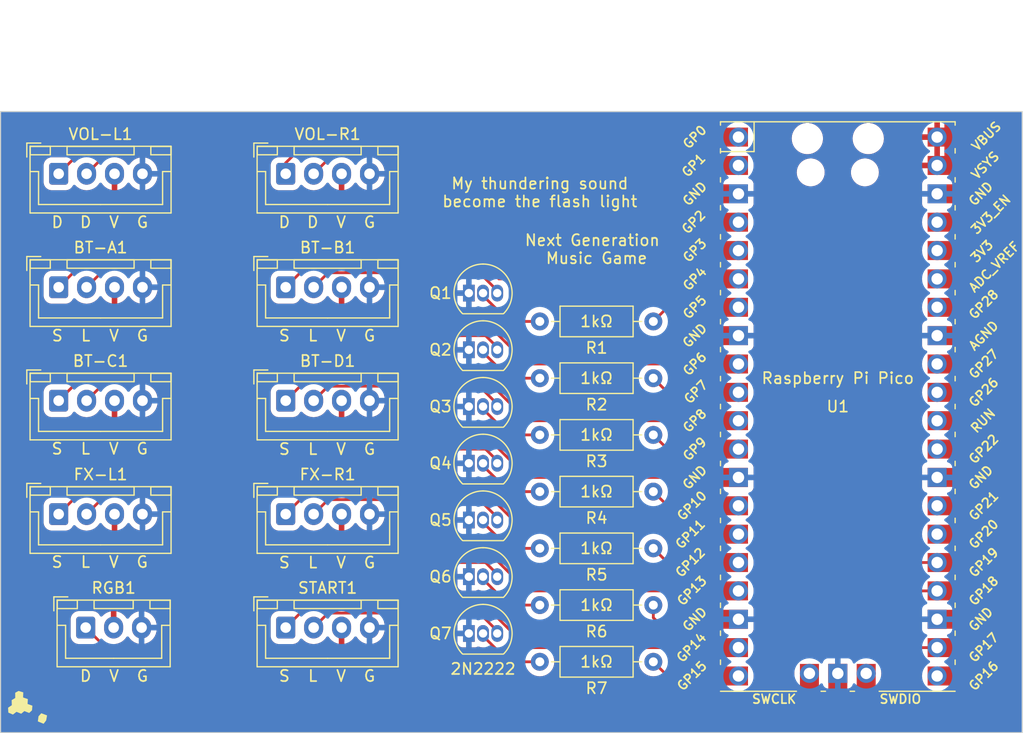
<source format=kicad_pcb>
(kicad_pcb (version 20221018) (generator pcbnew)
  (layers (0 "F.Cu" signal) (31 "B.Cu" signal) (34 "B.Paste" user) (35 "F.Paste" user) (36 "B.SilkS" user "B.Silkscreen") (37 "F.SilkS" user "F.Silkscreen") (38 "B.Mask" user) (39 "F.Mask" user) (44 "Edge.Cuts" user))
  (net 0 "")
  (net 1 "/GPIO4")
  (net 2 "Net-(BT-A1-Pin_2)")
  (net 3 "+5V")
  (net 4 "GND")
  (net 5 "/GPIO5")
  (net 6 "Net-(BT-B1-Pin_2)")
  (net 7 "/GPIO6")
  (net 8 "Net-(BT-C1-Pin_2)")
  (net 9 "/GPIO7")
  (net 10 "Net-(BT-D1-Pin_2)")
  (net 11 "/GPIO8")
  (net 12 "Net-(FX-L1-Pin_2)")
  (net 13 "/GPIO9")
  (net 14 "Net-(FX-R1-Pin_2)")
  (net 15 "Net-(Q1-B)")
  (net 16 "Net-(Q2-B)")
  (net 17 "Net-(Q3-B)")
  (net 18 "Net-(Q4-B)")
  (net 19 "Net-(Q5-B)")
  (net 20 "Net-(Q6-B)")
  (net 21 "Net-(Q7-B)")
  (net 22 "Net-(Q7-C)")
  (net 23 "/GPIO22")
  (net 24 "/GPIO21")
  (net 25 "/GPIO20")
  (net 26 "/GPIO19")
  (net 27 "/GPIO18")
  (net 28 "/GPIO17")
  (net 29 "/GPIO16")
  (net 30 "/GPIO10")
  (net 31 "/GPIO0")
  (net 32 "/GPIO1")
  (net 33 "/GPIO2")
  (net 34 "/GPIO3")
  (net 35 "/GPIO11")
  (net 36 "/GPIO12")
  (net 37 "/GPIO13")
  (net 38 "/GPIO14")
  (net 39 "/GPIO15")
  (net 41 "/GPIO26")
  (net 42 "/GPIO27")
  (net 43 "/GPIO28")
  (footprint "Package_TO_SOT_THT:TO-92_Inline" (layer "F.Cu") (at 54.61 59.436)
    (fp_text reference "Q7" (at -2.54 0) (layer "F.SilkS"))
    (fp_text value "PN2222A")
    (pad "1" thru_hole rect (at 0 0) (size 1.05 1.5) (drill 0.75) (layers "*.Cu" "*.Mask") (net 4 "GND"))
    (pad "2" thru_hole oval (at 1.27 0) (size 1.05 1.5) (drill 0.75) (layers "*.Cu" "*.Mask") (net 21 "Net-(Q7-B)"))
    (pad "3" thru_hole oval (at 2.54 0) (size 1.05 1.5) (drill 0.75) (layers "*.Cu" "*.Mask") (net 22 "Net-(Q7-C)"))
  )
  (footprint "Connector_JST:JST_XH_B4B-XH-A_1x04_P2.50mm_Vertical" (layer "F.Cu") (at 38.22 38.591)
    (fp_text reference "BT-D1" (at 3.75 -3.55) (layer "F.SilkS"))
    (fp_text value "Conn_01x04")
    (pad "1" thru_hole roundrect (at 0 0) (size 1.7 1.95) (drill 0.95) (layers "*.Cu" "*.Mask") (roundrect_rratio 0.1470588235) (net 30 "/GPIO10"))
    (pad "2" thru_hole oval (at 2.5 0) (size 1.7 1.95) (drill 0.95) (layers "*.Cu" "*.Mask") (net 10 "Net-(BT-D1-Pin_2)"))
    (pad "3" thru_hole oval (at 5 0) (size 1.7 1.95) (drill 0.95) (layers "*.Cu" "*.Mask") (net 3 "+5V"))
    (pad "4" thru_hole oval (at 7.5 0) (size 1.7 1.95) (drill 0.95) (layers "*.Cu" "*.Mask") (net 4 "GND"))
  )
  (footprint "Connector_JST:JST_XH_B4B-XH-A_1x04_P2.50mm_Vertical" (layer "F.Cu") (at 38.22 58.911)
    (fp_text reference "START1" (at 3.75 -3.55) (layer "F.SilkS"))
    (fp_text value "Conn_01x04")
    (pad "1" thru_hole roundrect (at 0 0) (size 1.7 1.95) (drill 0.95) (layers "*.Cu" "*.Mask") (roundrect_rratio 0.1470588235) (net 26 "/GPIO19"))
    (pad "2" thru_hole oval (at 2.5 0) (size 1.7 1.95) (drill 0.95) (layers "*.Cu" "*.Mask") (net 22 "Net-(Q7-C)"))
    (pad "3" thru_hole oval (at 5 0) (size 1.7 1.95) (drill 0.95) (layers "*.Cu" "*.Mask") (net 3 "+5V"))
    (pad "4" thru_hole oval (at 7.5 0) (size 1.7 1.95) (drill 0.95) (layers "*.Cu" "*.Mask") (net 4 "GND"))
  )
  (footprint "Connector_JST:JST_XH_B4B-XH-A_1x04_P2.50mm_Vertical" (layer "F.Cu") (at 38.22 28.431)
    (fp_text reference "BT-B1" (at 3.75 -3.55) (layer "F.SilkS"))
    (fp_text value "Conn_01x04")
    (pad "1" thru_hole roundrect (at 0 0) (size 1.7 1.95) (drill 0.95) (layers "*.Cu" "*.Mask") (roundrect_rratio 0.1470588235) (net 7 "/GPIO6"))
    (pad "2" thru_hole oval (at 2.5 0) (size 1.7 1.95) (drill 0.95) (layers "*.Cu" "*.Mask") (net 6 "Net-(BT-B1-Pin_2)"))
    (pad "3" thru_hole oval (at 5 0) (size 1.7 1.95) (drill 0.95) (layers "*.Cu" "*.Mask") (net 3 "+5V"))
    (pad "4" thru_hole oval (at 7.5 0) (size 1.7 1.95) (drill 0.95) (layers "*.Cu" "*.Mask") (net 4 "GND"))
  )
  (footprint "Package_TO_SOT_THT:TO-92_Inline" (layer "F.Cu") (at 54.61 49.276)
    (fp_text reference "Q5" (at -2.54 0) (layer "F.SilkS"))
    (fp_text value "PN2222A")
    (pad "1" thru_hole rect (at 0 0) (size 1.05 1.5) (drill 0.75) (layers "*.Cu" "*.Mask") (net 4 "GND"))
    (pad "2" thru_hole oval (at 1.27 0) (size 1.05 1.5) (drill 0.75) (layers "*.Cu" "*.Mask") (net 19 "Net-(Q5-B)"))
    (pad "3" thru_hole oval (at 2.54 0) (size 1.05 1.5) (drill 0.75) (layers "*.Cu" "*.Mask") (net 12 "Net-(FX-L1-Pin_2)"))
  )
  (footprint "Package_TO_SOT_THT:TO-92_Inline" (layer "F.Cu") (at 54.61 54.356)
    (fp_text reference "Q6" (at -2.54 0) (layer "F.SilkS"))
    (fp_text value "PN2222A")
    (pad "1" thru_hole rect (at 0 0) (size 1.05 1.5) (drill 0.75) (layers "*.Cu" "*.Mask") (net 4 "GND"))
    (pad "2" thru_hole oval (at 1.27 0) (size 1.05 1.5) (drill 0.75) (layers "*.Cu" "*.Mask") (net 20 "Net-(Q6-B)"))
    (pad "3" thru_hole oval (at 2.54 0) (size 1.05 1.5) (drill 0.75) (layers "*.Cu" "*.Mask") (net 14 "Net-(FX-R1-Pin_2)"))
  )
  (footprint "Package_TO_SOT_THT:TO-92_Inline" (layer "F.Cu") (at 54.61 39.116)
    (fp_text reference "Q3" (at -2.54 0) (layer "F.SilkS"))
    (fp_text value "PN2222A")
    (pad "1" thru_hole rect (at 0 0) (size 1.05 1.5) (drill 0.75) (layers "*.Cu" "*.Mask") (net 4 "GND"))
    (pad "2" thru_hole oval (at 1.27 0) (size 1.05 1.5) (drill 0.75) (layers "*.Cu" "*.Mask") (net 17 "Net-(Q3-B)"))
    (pad "3" thru_hole oval (at 2.54 0) (size 1.05 1.5) (drill 0.75) (layers "*.Cu" "*.Mask") (net 8 "Net-(BT-C1-Pin_2)"))
  )
  (footprint "Connector_JST:JST_XH_B4B-XH-A_1x04_P2.50mm_Vertical" (layer "F.Cu") (at 38.22 18.271)
    (fp_text reference "VOL-R1" (at 3.75 -3.55) (layer "F.SilkS"))
    (fp_text value "Conn_01x04")
    (pad "1" thru_hole roundrect (at 0 0) (size 1.7 1.95) (drill 0.95) (layers "*.Cu" "*.Mask") (roundrect_rratio 0.1470588235) (net 33 "/GPIO2"))
    (pad "2" thru_hole oval (at 2.5 0) (size 1.7 1.95) (drill 0.95) (layers "*.Cu" "*.Mask") (net 34 "/GPIO3"))
    (pad "3" thru_hole oval (at 5 0) (size 1.7 1.95) (drill 0.95) (layers "*.Cu" "*.Mask") (net 3 "+5V"))
    (pad "4" thru_hole oval (at 7.5 0) (size 1.7 1.95) (drill 0.95) (layers "*.Cu" "*.Mask") (net 4 "GND"))
  )
  (footprint "Resistor_THT:R_Axial_DIN0207_L6.3mm_D2.5mm_P10.16mm_Horizontal" (layer "F.Cu") (at 71.12 46.736 180)
    (fp_text reference "R4" (at 5.08 -2.37) (layer "F.SilkS"))
    (fp_text value "R_US")
    (pad "1" thru_hole circle (at 0 0 180) (size 1.6 1.6) (drill 0.8) (layers "*.Cu" "*.Mask") (net 35 "/GPIO11"))
    (pad "2" thru_hole oval (at 10.16 0 180) (size 1.6 1.6) (drill 0.8) (layers "*.Cu" "*.Mask") (net 18 "Net-(Q4-B)"))
  )
  (footprint "Package_TO_SOT_THT:TO-92_Inline" (layer "F.Cu") (at 54.61 28.956)
    (fp_text reference "Q1" (at -2.54 0) (layer "F.SilkS"))
    (fp_text value "PN2222A")
    (pad "1" thru_hole rect (at 0 0) (size 1.05 1.5) (drill 0.75) (layers "*.Cu" "*.Mask") (net 4 "GND"))
    (pad "2" thru_hole oval (at 1.27 0) (size 1.05 1.5) (drill 0.75) (layers "*.Cu" "*.Mask") (net 15 "Net-(Q1-B)"))
    (pad "3" thru_hole oval (at 2.54 0) (size 1.05 1.5) (drill 0.75) (layers "*.Cu" "*.Mask") (net 2 "Net-(BT-A1-Pin_2)"))
  )
  (footprint "Resistor_THT:R_Axial_DIN0207_L6.3mm_D2.5mm_P10.16mm_Horizontal" (layer "F.Cu") (at 71.12 51.816 180)
    (fp_text reference "R5" (at 5.08 -2.37) (layer "F.SilkS"))
    (fp_text value "R_US")
    (pad "1" thru_hole circle (at 0 0 180) (size 1.6 1.6) (drill 0.8) (layers "*.Cu" "*.Mask") (net 37 "/GPIO13"))
    (pad "2" thru_hole oval (at 10.16 0 180) (size 1.6 1.6) (drill 0.8) (layers "*.Cu" "*.Mask") (net 19 "Net-(Q5-B)"))
  )
  (footprint "Connector_JST:JST_XH_B4B-XH-A_1x04_P2.50mm_Vertical" (layer "F.Cu") (at 17.9 48.751)
    (fp_text reference "FX-L1" (at 3.75 -3.55) (layer "F.SilkS"))
    (fp_text value "Conn_01x04")
    (pad "1" thru_hole roundrect (at 0 0) (size 1.7 1.95) (drill 0.95) (layers "*.Cu" "*.Mask") (roundrect_rratio 0.1470588235) (net 36 "/GPIO12"))
    (pad "2" thru_hole oval (at 2.5 0) (size 1.7 1.95) (drill 0.95) (layers "*.Cu" "*.Mask") (net 12 "Net-(FX-L1-Pin_2)"))
    (pad "3" thru_hole oval (at 5 0) (size 1.7 1.95) (drill 0.95) (layers "*.Cu" "*.Mask") (net 3 "+5V"))
    (pad "4" thru_hole oval (at 7.5 0) (size 1.7 1.95) (drill 0.95) (layers "*.Cu" "*.Mask") (net 4 "GND"))
  )
  (footprint "Connector_JST:JST_XH_B4B-XH-A_1x04_P2.50mm_Vertical" (layer "F.Cu") (at 17.9 28.431)
    (fp_text reference "BT-A1" (at 3.75 -3.55) (layer "F.SilkS"))
    (fp_text value "Conn_01x04")
    (pad "1" thru_hole roundrect (at 0 0) (size 1.7 1.95) (drill 0.95) (layers "*.Cu" "*.Mask") (roundrect_rratio 0.1470588235) (net 1 "/GPIO4"))
    (pad "2" thru_hole oval (at 2.5 0) (size 1.7 1.95) (drill 0.95) (layers "*.Cu" "*.Mask") (net 2 "Net-(BT-A1-Pin_2)"))
    (pad "3" thru_hole oval (at 5 0) (size 1.7 1.95) (drill 0.95) (layers "*.Cu" "*.Mask") (net 3 "+5V"))
    (pad "4" thru_hole oval (at 7.5 0) (size 1.7 1.95) (drill 0.95) (layers "*.Cu" "*.Mask") (net 4 "GND"))
  )
  (footprint "Resistor_THT:R_Axial_DIN0207_L6.3mm_D2.5mm_P10.16mm_Horizontal" (layer "F.Cu") (at 71.12 36.576 180)
    (fp_text reference "R2" (at 5.08 -2.37) (layer "F.SilkS"))
    (fp_text value "R_US")
    (pad "1" thru_hole circle (at 0 0 180) (size 1.6 1.6) (drill 0.8) (layers "*.Cu" "*.Mask") (net 9 "/GPIO7"))
    (pad "2" thru_hole oval (at 10.16 0 180) (size 1.6 1.6) (drill 0.8) (layers "*.Cu" "*.Mask") (net 16 "Net-(Q2-B)"))
  )
  (footprint "LOGO" (layer "F.Cu") (at 15.24 66.04)
    (fp_text reference "LOGO" hide)
    (fp_text value "LOGO" hide)
  )
  (footprint "Resistor_THT:R_Axial_DIN0207_L6.3mm_D2.5mm_P10.16mm_Horizontal" (layer "F.Cu") (at 71.12 56.896 180)
    (fp_text reference "R6" (at 5.08 -2.37) (layer "F.SilkS"))
    (fp_text value "R_US")
    (pad "1" thru_hole circle (at 0 0 180) (size 1.6 1.6) (drill 0.8) (layers "*.Cu" "*.Mask") (net 39 "/GPIO15"))
    (pad "2" thru_hole oval (at 10.16 0 180) (size 1.6 1.6) (drill 0.8) (layers "*.Cu" "*.Mask") (net 20 "Net-(Q6-B)"))
  )
  (footprint "Resistor_THT:R_Axial_DIN0207_L6.3mm_D2.5mm_P10.16mm_Horizontal" (layer "F.Cu") (at 71.12 41.656 180)
    (fp_text reference "R3" (at 5.08 -2.37) (layer "F.SilkS"))
    (fp_text value "R_US")
    (pad "1" thru_hole circle (at 0 0 180) (size 1.6 1.6) (drill 0.8) (layers "*.Cu" "*.Mask") (net 13 "/GPIO9"))
    (pad "2" thru_hole oval (at 10.16 0 180) (size 1.6 1.6) (drill 0.8) (layers "*.Cu" "*.Mask") (net 17 "Net-(Q3-B)"))
  )
  (footprint "Resistor_THT:R_Axial_DIN0207_L6.3mm_D2.5mm_P10.16mm_Horizontal" (layer "F.Cu") (at 71.12 31.496 180)
    (fp_text reference "R1" (at 5.08 -2.37) (layer "F.SilkS"))
    (fp_text value "R_US")
    (pad "1" thru_hole circle (at 0 0 180) (size 1.6 1.6) (drill 0.8) (layers "*.Cu" "*.Mask") (net 5 "/GPIO5"))
    (pad "2" thru_hole oval (at 10.16 0 180) (size 1.6 1.6) (drill 0.8) (layers "*.Cu" "*.Mask") (net 15 "Net-(Q1-B)"))
  )
  (footprint "Connector_JST:JST_XH_B3B-XH-A_1x03_P2.50mm_Vertical" (layer "F.Cu") (at 20.32 58.911)
    (fp_text reference "RGB1" (at 2.5 -3.55) (layer "F.SilkS"))
    (fp_text value "Conn_01x03")
    (pad "1" thru_hole roundrect (at 0 0) (size 1.7 1.95) (drill 0.95) (layers "*.Cu" "*.Mask") (roundrect_rratio 0.1470588235) (net 28 "/GPIO17"))
    (pad "2" thru_hole oval (at 2.5 0) (size 1.7 1.95) (drill 0.95) (layers "*.Cu" "*.Mask") (net 3 "+5V"))
    (pad "3" thru_hole oval (at 5 0) (size 1.7 1.95) (drill 0.95) (layers "*.Cu" "*.Mask") (net 4 "GND"))
  )
  (footprint "Connector_JST:JST_XH_B4B-XH-A_1x04_P2.50mm_Vertical" (layer "F.Cu") (at 38.22 48.751)
    (fp_text reference "FX-R1" (at 3.75 -3.55) (layer "F.SilkS"))
    (fp_text value "Conn_01x04")
    (pad "1" thru_hole roundrect (at 0 0) (size 1.7 1.95) (drill 0.95) (layers "*.Cu" "*.Mask") (roundrect_rratio 0.1470588235) (net 38 "/GPIO14"))
    (pad "2" thru_hole oval (at 2.5 0) (size 1.7 1.95) (drill 0.95) (layers "*.Cu" "*.Mask") (net 14 "Net-(FX-R1-Pin_2)"))
    (pad "3" thru_hole oval (at 5 0) (size 1.7 1.95) (drill 0.95) (layers "*.Cu" "*.Mask") (net 3 "+5V"))
    (pad "4" thru_hole oval (at 7.5 0) (size 1.7 1.95) (drill 0.95) (layers "*.Cu" "*.Mask") (net 4 "GND"))
  )
  (footprint "Package_TO_SOT_THT:TO-92_Inline" (layer "F.Cu") (at 54.61 44.196)
    (fp_text reference "Q4" (at -2.54 0) (layer "F.SilkS"))
    (fp_text value "PN2222A")
    (pad "1" thru_hole rect (at 0 0) (size 1.05 1.5) (drill 0.75) (layers "*.Cu" "*.Mask") (net 4 "GND"))
    (pad "2" thru_hole oval (at 1.27 0) (size 1.05 1.5) (drill 0.75) (layers "*.Cu" "*.Mask") (net 18 "Net-(Q4-B)"))
    (pad "3" thru_hole oval (at 2.54 0) (size 1.05 1.5) (drill 0.75) (layers "*.Cu" "*.Mask") (net 10 "Net-(BT-D1-Pin_2)"))
  )
  (footprint "Connector_JST:JST_XH_B4B-XH-A_1x04_P2.50mm_Vertical" (layer "F.Cu") (at 17.9 38.591)
    (fp_text reference "BT-C1" (at 3.75 -3.55) (layer "F.SilkS"))
    (fp_text value "Conn_01x04")
    (pad "1" thru_hole roundrect (at 0 0) (size 1.7 1.95) (drill 0.95) (layers "*.Cu" "*.Mask") (roundrect_rratio 0.1470588235) (net 11 "/GPIO8"))
    (pad "2" thru_hole oval (at 2.5 0) (size 1.7 1.95) (drill 0.95) (layers "*.Cu" "*.Mask") (net 8 "Net-(BT-C1-Pin_2)"))
    (pad "3" thru_hole oval (at 5 0) (size 1.7 1.95) (drill 0.95) (layers "*.Cu" "*.Mask") (net 3 "+5V"))
    (pad "4" thru_hole oval (at 7.5 0) (size 1.7 1.95) (drill 0.95) (layers "*.Cu" "*.Mask") (net 4 "GND"))
  )
  (footprint "Package_TO_SOT_THT:TO-92_Inline" (layer "F.Cu") (at 54.61 34.036)
    (fp_text reference "Q2" (at -2.54 0) (layer "F.SilkS"))
    (fp_text value "PN2222A")
    (pad "1" thru_hole rect (at 0 0) (size 1.05 1.5) (drill 0.75) (layers "*.Cu" "*.Mask") (net 4 "GND"))
    (pad "2" thru_hole oval (at 1.27 0) (size 1.05 1.5) (drill 0.75) (layers "*.Cu" "*.Mask") (net 16 "Net-(Q2-B)"))
    (pad "3" thru_hole oval (at 2.54 0) (size 1.05 1.5) (drill 0.75) (layers "*.Cu" "*.Mask") (net 6 "Net-(BT-B1-Pin_2)"))
  )
  (footprint "Connector_JST:JST_XH_B4B-XH-A_1x04_P2.50mm_Vertical" (layer "F.Cu") (at 17.9 18.271)
    (fp_text reference "VOL-L1" (at 3.75 -3.55) (layer "F.SilkS"))
    (fp_text value "Conn_01x04")
    (pad "1" thru_hole roundrect (at 0 0) (size 1.7 1.95) (drill 0.95) (layers "*.Cu" "*.Mask") (roundrect_rratio 0.1470588235) (net 31 "/GPIO0"))
    (pad "2" thru_hole oval (at 2.5 0) (size 1.7 1.95) (drill 0.95) (layers "*.Cu" "*.Mask") (net 32 "/GPIO1"))
    (pad "3" thru_hole oval (at 5 0) (size 1.7 1.95) (drill 0.95) (layers "*.Cu" "*.Mask") (net 3 "+5V"))
    (pad "4" thru_hole oval (at 7.5 0) (size 1.7 1.95) (drill 0.95) (layers "*.Cu" "*.Mask") (net 4 "GND"))
  )
  (footprint "Resistor_THT:R_Axial_DIN0207_L6.3mm_D2.5mm_P10.16mm_Horizontal" (layer "F.Cu") (at 71.12 61.976 180)
    (fp_text reference "R7" (at 5.08 -2.37) (layer "F.SilkS"))
    (fp_text value "R_US")
    (pad "1" thru_hole circle (at 0 0 180) (size 1.6 1.6) (drill 0.8) (layers "*.Cu" "*.Mask") (net 27 "/GPIO18"))
    (pad "2" thru_hole oval (at 10.16 0 180) (size 1.6 1.6) (drill 0.8) (layers "*.Cu" "*.Mask") (net 21 "Net-(Q7-B)"))
  )
  (footprint "MCU_RaspberryPi_and_Boards:RPi_Pico_SMD_TH" (layer "F.Cu") (at 87.63 39.116)
    (fp_text reference "U1" (at 0 0) (layer "F.SilkS"))
    (fp_text value "Pico")
    (fp_text user "GP28" (at 13.054 -9.144 45) (layer "F.SilkS") (effects (font (size 0.8 0.8))))
    (fp_text user "GP0" (at -12.8 -24.13 45) (layer "F.SilkS") (effects (font (size 0.8 0.8))))
    (fp_text user "GP12" (at -13.2 13.97 45) (layer "F.SilkS") (effects (font (size 0.8 0.8))))
    (fp_text user "GP13" (at -13.054 16.51 45) (layer "F.SilkS") (effects (font (size 0.8 0.8))))
    (fp_text user "GP8" (at -12.8 1.27 45) (layer "F.SilkS") (effects (font (size 0.8 0.8))))
    (fp_text user "GP14" (at -13.1 21.59 45) (layer "F.SilkS") (effects (font (size 0.8 0.8))))
    (fp_text user "VBUS" (at 13.3 -24.2 45) (layer "F.SilkS") (effects (font (size 0.8 0.8))))
    (fp_text user "3V3_EN" (at 13.7 -17.2 45) (layer "F.SilkS") (effects (font (size 0.8 0.8))))
    (fp_text user "VSYS" (at 13.2 -21.59 45) (layer "F.SilkS") (effects (font (size 0.8 0.8))))
    (fp_text user "GP4" (at -12.8 -11.43 45) (layer "F.SilkS") (effects (font (size 0.8 0.8))))
    (fp_text user "GND" (at 12.8 -19.05 45) (layer "F.SilkS") (effects (font (size 0.8 0.8))))
    (fp_text user "GP17" (at 13.054 21.59 45) (layer "F.SilkS") (effects (font (size 0.8 0.8))))
    (fp_text user "SWCLK" (at -5.7 26.2) (layer "F.SilkS") (effects (font (size 0.8 0.8))))
    (fp_text user "RUN" (at 13 1.27 45) (layer "F.SilkS") (effects (font (size 0.8 0.8))))
    (fp_text user "SWDIO" (at 5.6 26.2) (layer "F.SilkS") (effects (font (size 0.8 0.8))))
    (fp_text user "GP19" (at 13.054 13.97 45) (layer "F.SilkS") (effects (font (size 0.8 0.8))))
    (fp_text user "GP16" (at 13.054 24.13 45) (layer "F.SilkS") (effects (font (size 0.8 0.8))))
    (fp_text user "GND" (at -12.8 -6.35 45) (layer "F.SilkS") (effects (font (size 0.8 0.8))))
    (fp_text user "GP22" (at 13.054 3.81 45) (layer "F.SilkS") (effects (font (size 0.8 0.8))))
    (fp_text user "GND" (at -12.8 6.35 45) (layer "F.SilkS") (effects (font (size 0.8 0.8))))
    (fp_text user "GP11" (at -13.2 11.43 45) (layer "F.SilkS") (effects (font (size 0.8 0.8))))
    (fp_text user "GND" (at -12.8 19.05 45) (layer "F.SilkS") (effects (font (size 0.8 0.8))))
    (fp_text user "GND" (at -12.8 -19.05 45) (layer "F.SilkS") (effects (font (size 0.8 0.8))))
    (fp_text user "GP27" (at 13.054 -3.8 45) (layer "F.SilkS") (effects (font (size 0.8 0.8))))
    (fp_text user "GP20" (at 13.054 11.43 45) (layer "F.SilkS") (effects (font (size 0.8 0.8))))
    (fp_text user "GP21" (at 13.054 8.9 45) (layer "F.SilkS") (effects (font (size 0.8 0.8))))
    (fp_text user "GP6" (at -12.8 -3.81 45) (layer "F.SilkS") (effects (font (size 0.8 0.8))))
    (fp_text user "GP5" (at -12.8 -8.89 45) (layer "F.SilkS") (effects (font (size 0.8 0.8))))
    (fp_text user "ADC_VREF" (at 14 -12.5 45) (layer "F.SilkS") (effects (font (size 0.8 0.8))))
    (fp_text user "GP15" (at -13.054 24.13 45) (layer "F.SilkS") (effects (font (size 0.8 0.8))))
    (fp_text user "GP3" (at -12.8 -13.97 45) (layer "F.SilkS") (effects (font (size 0.8 0.8))))
    (fp_text user "GP1" (at -12.9 -21.6 45) (layer "F.SilkS") (effects (font (size 0.8 0.8))))
    (fp_text user "GP18" (at 13.054 16.51 45) (layer "F.SilkS") (effects (font (size 0.8 0.8))))
    (fp_text user "GP7" (at -12.7 -1.3 45) (layer "F.SilkS") (effects (font (size 0.8 0.8))))
    (fp_text user "AGND" (at 13.054 -6.35 45) (layer "F.SilkS") (effects (font (size 0.8 0.8))))
    (fp_text user "GP10" (at -13.054 8.89 45) (layer "F.SilkS") (effects (font (size 0.8 0.8))))
    (fp_text user "GP26" (at 13.054 -1.27 45) (layer "F.SilkS") (effects (font (size 0.8 0.8))))
    (fp_text user "GND" (at 12.8 19.05 45) (layer "F.SilkS") (effects (font (size 0.8 0.8))))
    (fp_text user "3V3" (at 12.9 -13.9 45) (layer "F.SilkS") (effects (font (size 0.8 0.8))))
    (fp_text user "GND" (at 12.8 6.35 45) (layer "F.SilkS") (effects (font (size 0.8 0.8))))
    (fp_text user "GP9" (at -12.8 3.81 45) (layer "F.SilkS") (effects (font (size 0.8 0.8))))
    (fp_text user "GP2" (at -12.9 -16.51 45) (layer "F.SilkS") (effects (font (size 0.8 0.8))))
    (pad "" np_thru_hole oval (at -2.725 -24) (size 1.8 1.8) (drill 1.8) (layers "*.Cu" "*.Mask"))
    (pad "" np_thru_hole oval (at -2.425 -20.97) (size 1.5 1.5) (drill 1.5) (layers "*.Cu" "*.Mask"))
    (pad "" np_thru_hole oval (at 2.425 -20.97) (size 1.5 1.5) (drill 1.5) (layers "*.Cu" "*.Mask"))
    (pad "" np_thru_hole oval (at 2.725 -24) (size 1.8 1.8) (drill 1.8) (layers "*.Cu" "*.Mask"))
    (pad "1" thru_hole oval (at -8.89 -24.13) (size 1.7 1.7) (drill 1.02) (layers "*.Cu" "*.Mask") (net 31 "/GPIO0"))
    (pad "1" smd rect (at -8.89 -24.13) (size 3.5 1.7) (drill (offset -0.9 0)) (layers "F.Cu" "F.Mask") (net 31 "/GPIO0"))
    (pad "2" thru_hole oval (at -8.89 -21.59) (size 1.7 1.7) (drill 1.02) (layers "*.Cu" "*.Mask") (net 32 "/GPIO1"))
    (pad "2" smd rect (at -8.89 -21.59) (size 3.5 1.7) (drill (offset -0.9 0)) (layers "F.Cu" "F.Mask") (net 32 "/GPIO1"))
    (pad "3" thru_hole rect (at -8.89 -19.05) (size 1.7 1.7) (drill 1.02) (layers "*.Cu" "*.Mask") (net 4 "GND"))
    (pad "3" smd rect (at -8.89 -19.05) (size 3.5 1.7) (drill (offset -0.9 0)) (layers "F.Cu" "F.Mask") (net 4 "GND"))
    (pad "4" thru_hole oval (at -8.89 -16.51) (size 1.7 1.7) (drill 1.02) (layers "*.Cu" "*.Mask") (net 33 "/GPIO2"))
    (pad "4" smd rect (at -8.89 -16.51) (size 3.5 1.7) (drill (offset -0.9 0)) (layers "F.Cu" "F.Mask") (net 33 "/GPIO2"))
    (pad "5" thru_hole oval (at -8.89 -13.97) (size 1.7 1.7) (drill 1.02) (layers "*.Cu" "*.Mask") (net 34 "/GPIO3"))
    (pad "5" smd rect (at -8.89 -13.97) (size 3.5 1.7) (drill (offset -0.9 0)) (layers "F.Cu" "F.Mask") (net 34 "/GPIO3"))
    (pad "6" thru_hole oval (at -8.89 -11.43) (size 1.7 1.7) (drill 1.02) (layers "*.Cu" "*.Mask") (net 1 "/GPIO4"))
    (pad "6" smd rect (at -8.89 -11.43) (size 3.5 1.7) (drill (offset -0.9 0)) (layers "F.Cu" "F.Mask") (net 1 "/GPIO4"))
    (pad "7" thru_hole oval (at -8.89 -8.89) (size 1.7 1.7) (drill 1.02) (layers "*.Cu" "*.Mask") (net 5 "/GPIO5"))
    (pad "7" smd rect (at -8.89 -8.89) (size 3.5 1.7) (drill (offset -0.9 0)) (layers "F.Cu" "F.Mask") (net 5 "/GPIO5"))
    (pad "8" thru_hole rect (at -8.89 -6.35) (size 1.7 1.7) (drill 1.02) (layers "*.Cu" "*.Mask") (net 4 "GND"))
    (pad "8" smd rect (at -8.89 -6.35) (size 3.5 1.7) (drill (offset -0.9 0)) (layers "F.Cu" "F.Mask") (net 4 "GND"))
    (pad "9" thru_hole oval (at -8.89 -3.81) (size 1.7 1.7) (drill 1.02) (layers "*.Cu" "*.Mask") (net 7 "/GPIO6"))
    (pad "9" smd rect (at -8.89 -3.81) (size 3.5 1.7) (drill (offset -0.9 0)) (layers "F.Cu" "F.Mask") (net 7 "/GPIO6"))
    (pad "10" thru_hole oval (at -8.89 -1.27) (size 1.7 1.7) (drill 1.02) (layers "*.Cu" "*.Mask") (net 9 "/GPIO7"))
    (pad "10" smd rect (at -8.89 -1.27) (size 3.5 1.7) (drill (offset -0.9 0)) (layers "F.Cu" "F.Mask") (net 9 "/GPIO7"))
    (pad "11" thru_hole oval (at -8.89 1.27) (size 1.7 1.7) (drill 1.02) (layers "*.Cu" "*.Mask") (net 11 "/GPIO8"))
    (pad "11" smd rect (at -8.89 1.27) (size 3.5 1.7) (drill (offset -0.9 0)) (layers "F.Cu" "F.Mask") (net 11 "/GPIO8"))
    (pad "12" thru_hole oval (at -8.89 3.81) (size 1.7 1.7) (drill 1.02) (layers "*.Cu" "*.Mask") (net 13 "/GPIO9"))
    (pad "12" smd rect (at -8.89 3.81) (size 3.5 1.7) (drill (offset -0.9 0)) (layers "F.Cu" "F.Mask") (net 13 "/GPIO9"))
    (pad "13" thru_hole rect (at -8.89 6.35) (size 1.7 1.7) (drill 1.02) (layers "*.Cu" "*.Mask") (net 4 "GND"))
    (pad "13" smd rect (at -8.89 6.35) (size 3.5 1.7) (drill (offset -0.9 0)) (layers "F.Cu" "F.Mask") (net 4 "GND"))
    (pad "14" thru_hole oval (at -8.89 8.89) (size 1.7 1.7) (drill 1.02) (layers "*.Cu" "*.Mask") (net 30 "/GPIO10"))
    (pad "14" smd rect (at -8.89 8.89) (size 3.5 1.7) (drill (offset -0.9 0)) (layers "F.Cu" "F.Mask") (net 30 "/GPIO10"))
    (pad "15" thru_hole oval (at -8.89 11.43) (size 1.7 1.7) (drill 1.02) (layers "*.Cu" "*.Mask") (net 35 "/GPIO11"))
    (pad "15" smd rect (at -8.89 11.43) (size 3.5 1.7) (drill (offset -0.9 0)) (layers "F.Cu" "F.Mask") (net 35 "/GPIO11"))
    (pad "16" thru_hole oval (at -8.89 13.97) (size 1.7 1.7) (drill 1.02) (layers "*.Cu" "*.Mask") (net 36 "/GPIO12"))
    (pad "16" smd rect (at -8.89 13.97) (size 3.5 1.7) (drill (offset -0.9 0)) (layers "F.Cu" "F.Mask") (net 36 "/GPIO12"))
    (pad "17" thru_hole oval (at -8.89 16.51) (size 1.7 1.7) (drill 1.02) (layers "*.Cu" "*.Mask") (net 37 "/GPIO13"))
    (pad "17" smd rect (at -8.89 16.51) (size 3.5 1.7) (drill (offset -0.9 0)) (layers "F.Cu" "F.Mask") (net 37 "/GPIO13"))
    (pad "18" thru_hole rect (at -8.89 19.05) (size 1.7 1.7) (drill 1.02) (layers "*.Cu" "*.Mask") (net 4 "GND"))
    (pad "18" smd rect (at -8.89 19.05) (size 3.5 1.7) (drill (offset -0.9 0)) (layers "F.Cu" "F.Mask") (net 4 "GND"))
    (pad "19" thru_hole oval (at -8.89 21.59) (size 1.7 1.7) (drill 1.02) (layers "*.Cu" "*.Mask") (net 38 "/GPIO14"))
    (pad "19" smd rect (at -8.89 21.59) (size 3.5 1.7) (drill (offset -0.9 0)) (layers "F.Cu" "F.Mask") (net 38 "/GPIO14"))
    (pad "20" thru_hole oval (at -8.89 24.13) (size 1.7 1.7) (drill 1.02) (layers "*.Cu" "*.Mask") (net 39 "/GPIO15"))
    (pad "20" smd rect (at -8.89 24.13) (size 3.5 1.7) (drill (offset -0.9 0)) (layers "F.Cu" "F.Mask") (net 39 "/GPIO15"))
    (pad "21" thru_hole oval (at 8.89 24.13) (size 1.7 1.7) (drill 1.02) (layers "*.Cu" "*.Mask") (net 29 "/GPIO16"))
    (pad "21" smd rect (at 8.89 24.13) (size 3.5 1.7) (drill (offset 0.9 0)) (layers "F.Cu" "F.Mask") (net 29 "/GPIO16"))
    (pad "22" thru_hole oval (at 8.89 21.59) (size 1.7 1.7) (drill 1.02) (layers "*.Cu" "*.Mask") (net 28 "/GPIO17"))
    (pad "22" smd rect (at 8.89 21.59) (size 3.5 1.7) (drill (offset 0.9 0)) (layers "F.Cu" "F.Mask") (net 28 "/GPIO17"))
    (pad "23" thru_hole rect (at 8.89 19.05) (size 1.7 1.7) (drill 1.02) (layers "*.Cu" "*.Mask") (net 4 "GND"))
    (pad "23" smd rect (at 8.89 19.05) (size 3.5 1.7) (drill (offset 0.9 0)) (layers "F.Cu" "F.Mask") (net 4 "GND"))
    (pad "24" thru_hole oval (at 8.89 16.51) (size 1.7 1.7) (drill 1.02) (layers "*.Cu" "*.Mask") (net 27 "/GPIO18"))
    (pad "24" smd rect (at 8.89 16.51) (size 3.5 1.7) (drill (offset 0.9 0)) (layers "F.Cu" "F.Mask") (net 27 "/GPIO18"))
    (pad "25" thru_hole oval (at 8.89 13.97) (size 1.7 1.7) (drill 1.02) (layers "*.Cu" "*.Mask") (net 26 "/GPIO19"))
    (pad "25" smd rect (at 8.89 13.97) (size 3.5 1.7) (drill (offset 0.9 0)) (layers "F.Cu" "F.Mask") (net 26 "/GPIO19"))
    (pad "26" thru_hole oval (at 8.89 11.43) (size 1.7 1.7) (drill 1.02) (layers "*.Cu" "*.Mask") (net 25 "/GPIO20"))
    (pad "26" smd rect (at 8.89 11.43) (size 3.5 1.7) (drill (offset 0.9 0)) (layers "F.Cu" "F.Mask") (net 25 "/GPIO20"))
    (pad "27" thru_hole oval (at 8.89 8.89) (size 1.7 1.7) (drill 1.02) (layers "*.Cu" "*.Mask") (net 24 "/GPIO21"))
    (pad "27" smd rect (at 8.89 8.89) (size 3.5 1.7) (drill (offset 0.9 0)) (layers "F.Cu" "F.Mask") (net 24 "/GPIO21"))
    (pad "28" thru_hole rect (at 8.89 6.35) (size 1.7 1.7) (drill 1.02) (layers "*.Cu" "*.Mask") (net 4 "GND"))
    (pad "28" smd rect (at 8.89 6.35) (size 3.5 1.7) (drill (offset 0.9 0)) (layers "F.Cu" "F.Mask") (net 4 "GND"))
    (pad "29" thru_hole oval (at 8.89 3.81) (size 1.7 1.7) (drill 1.02) (layers "*.Cu" "*.Mask") (net 23 "/GPIO22"))
    (pad "29" smd rect (at 8.89 3.81) (size 3.5 1.7) (drill (offset 0.9 0)) (layers "F.Cu" "F.Mask") (net 23 "/GPIO22"))
    (pad "30" thru_hole oval (at 8.89 1.27) (size 1.7 1.7) (drill 1.02) (layers "*.Cu" "*.Mask"))
    (pad "30" smd rect (at 8.89 1.27) (size 3.5 1.7) (drill (offset 0.9 0)) (layers "F.Cu" "F.Mask"))
    (pad "31" thru_hole oval (at 8.89 -1.27) (size 1.7 1.7) (drill 1.02) (layers "*.Cu" "*.Mask") (net 41 "/GPIO26"))
    (pad "31" smd rect (at 8.89 -1.27) (size 3.5 1.7) (drill (offset 0.9 0)) (layers "F.Cu" "F.Mask") (net 41 "/GPIO26"))
    (pad "32" thru_hole oval (at 8.89 -3.81) (size 1.7 1.7) (drill 1.02) (layers "*.Cu" "*.Mask") (net 42 "/GPIO27"))
    (pad "32" smd rect (at 8.89 -3.81) (size 3.5 1.7) (drill (offset 0.9 0)) (layers "F.Cu" "F.Mask") (net 42 "/GPIO27"))
    (pad "33" thru_hole rect (at 8.89 -6.35) (size 1.7 1.7) (drill 1.02) (layers "*.Cu" "*.Mask") (net 4 "GND"))
    (pad "33" smd rect (at 8.89 -6.35) (size 3.5 1.7) (drill (offset 0.9 0)) (layers "F.Cu" "F.Mask") (net 4 "GND"))
    (pad "34" thru_hole oval (at 8.89 -8.89) (size 1.7 1.7) (drill 1.02) (layers "*.Cu" "*.Mask") (net 43 "/GPIO28"))
    (pad "34" smd rect (at 8.89 -8.89) (size 3.5 1.7) (drill (offset 0.9 0)) (layers "F.Cu" "F.Mask") (net 43 "/GPIO28"))
    (pad "35" thru_hole oval (at 8.89 -11.43) (size 1.7 1.7) (drill 1.02) (layers "*.Cu" "*.Mask"))
    (pad "35" smd rect (at 8.89 -11.43) (size 3.5 1.7) (drill (offset 0.9 0)) (layers "F.Cu" "F.Mask"))
    (pad "36" thru_hole oval (at 8.89 -13.97) (size 1.7 1.7) (drill 1.02) (layers "*.Cu" "*.Mask"))
    (pad "36" smd rect (at 8.89 -13.97) (size 3.5 1.7) (drill (offset 0.9 0)) (layers "F.Cu" "F.Mask"))
    (pad "37" thru_hole oval (at 8.89 -16.51) (size 1.7 1.7) (drill 1.02) (layers "*.Cu" "*.Mask"))
    (pad "37" smd rect (at 8.89 -16.51) (size 3.5 1.7) (drill (offset 0.9 0)) (layers "F.Cu" "F.Mask"))
    (pad "38" thru_hole rect (at 8.89 -19.05) (size 1.7 1.7) (drill 1.02) (layers "*.Cu" "*.Mask") (net 4 "GND"))
    (pad "38" smd rect (at 8.89 -19.05) (size 3.5 1.7) (drill (offset 0.9 0)) (layers "F.Cu" "F.Mask") (net 4 "GND"))
    (pad "39" thru_hole oval (at 8.89 -21.59) (size 1.7 1.7) (drill 1.02) (layers "*.Cu" "*.Mask") (net 3 "+5V"))
    (pad "39" smd rect (at 8.89 -21.59) (size 3.5 1.7) (drill (offset 0.9 0)) (layers "F.Cu" "F.Mask") (net 3 "+5V"))
    (pad "40" thru_hole oval (at 8.89 -24.13) (size 1.7 1.7) (drill 1.02) (layers "*.Cu" "*.Mask") (net 3 "+5V"))
    (pad "40" smd rect (at 8.89 -24.13) (size 3.5 1.7) (drill (offset 0.9 0)) (layers "F.Cu" "F.Mask") (net 3 "+5V"))
    (pad "41" thru_hole oval (at -2.54 23.9) (size 1.7 1.7) (drill 1.02) (layers "*.Cu" "*.Mask"))
    (pad "41" smd rect (at -2.54 23.9 90) (size 3.5 1.7) (drill (offset -0.9 0)) (layers "F.Cu" "F.Mask"))
    (pad "42" thru_hole rect (at 0 23.9) (size 1.7 1.7) (drill 1.02) (layers "*.Cu" "*.Mask") (net 4 "GND"))
    (pad "42" smd rect (at 0 23.9 90) (size 3.5 1.7) (drill (offset -0.9 0)) (layers "F.Cu" "F.Mask") (net 4 "GND"))
    (pad "43" thru_hole oval (at 2.54 23.9) (size 1.7 1.7) (drill 1.02) (layers "*.Cu" "*.Mask"))
    (pad "43" smd rect (at 2.54 23.9 90) (size 3.5 1.7) (drill (offset -0.9 0)) (layers "F.Cu" "F.Mask"))
  )
  (gr_rect (start 12.7 12.7) (end 104.14 68.326) (stroke (width 0.1)) (fill none) (layer "Edge.Cuts"))
  (gr_text "L" (at 20.298754 53.041176) (layer "F.SilkS") (effects (font (size 1 1))))
  (gr_text "D" (at 20.32 22.606) (layer "F.SilkS") (effects (font (size 1 1))))
  (gr_text "D" (at 17.78 22.606) (layer "F.SilkS") (effects (font (size 1 1))))
  (gr_text "G" (at 25.4 32.766) (layer "F.SilkS") (effects (font (size 1 1))))
  (gr_text "G" (at 25.4 22.606) (layer "F.SilkS") (effects (font (size 1 1))))
  (gr_text "1kΩ" (at 66.04 61.976) (layer "F.SilkS") (effects (font (size 1 1))))
  (gr_text "D" (at 20.32 63.246) (layer "F.SilkS") (effects (font (size 1 1))))
  (gr_text "G" (at 45.72 63.246) (layer "F.SilkS") (effects (font (size 1 1))))
  (gr_text "V" (at 43.18 53.086) (layer "F.SilkS") (effects (font (size 1 1))))
  (gr_text "L" (at 40.64 32.766) (layer "F.SilkS") (effects (font (size 1 1))))
  (gr_text "G" (at 45.72 42.926) (layer "F.SilkS") (effects (font (size 1 1))))
  (gr_text "V" (at 22.86 32.766) (layer "F.SilkS") (effects (font (size 1 1))))
  (gr_text "G" (at 45.72 32.766) (layer "F.SilkS") (effects (font (size 1 1))))
  (gr_text "L" (at 40.64 42.926) (layer "F.SilkS") (effects (font (size 1 1))))
  (gr_text "V" (at 43.18 32.766) (layer "F.SilkS") (effects (font (size 1 1))))
  (gr_text "My thundering sound\nbecome the flash light" (at 60.96 21.336) (layer "F.SilkS") (effects (font (size 1 1)) (justify bottom)))
  (gr_text "V" (at 22.838754 42.894115) (layer "F.SilkS") (effects (font (size 1 1))))
  (gr_text "2N2222" (at 55.88 62.611) (layer "F.SilkS") (effects (font (size 1 1))))
  (gr_text "1kΩ" (at 66.04 36.576) (layer "F.SilkS") (effects (font (size 1 1))))
  (gr_text "S" (at 38.1 63.246) (layer "F.SilkS") (effects (font (size 1 1))))
  (gr_text "L" (at 40.64 53.086) (layer "F.SilkS") (effects (font (size 1 1))))
  (gr_text "D" (at 38.1 22.606) (layer "F.SilkS") (effects (font (size 1 1))))
  (gr_text "L" (at 40.64 63.246) (layer "F.SilkS") (effects (font (size 1 1))))
  (gr_text "V" (at 22.86 22.606) (layer "F.SilkS") (effects (font (size 1 1))))
  (gr_text "S" (at 17.758754 42.894115) (layer "F.SilkS") (effects (font (size 1 1))))
  (gr_text "V" (at 22.86 63.246) (layer "F.SilkS") (effects (font (size 1 1))))
  (gr_text "G" (at 25.378754 53.041176) (layer "F.SilkS") (effects (font (size 1 1))))
  (gr_text "1kΩ" (at 66.04 41.656) (layer "F.SilkS") (effects (font (size 1 1))))
  (gr_text "V" (at 43.18 22.606) (layer "F.SilkS") (effects (font (size 1 1))))
  (gr_text "1kΩ" (at 66.04 56.896) (layer "F.SilkS") (effects (font (size 1 1))))
  (gr_text "G" (at 45.72 53.086) (layer "F.SilkS") (effects (font (size 1 1))))
  (gr_text "1kΩ" (at 66.04 51.816) (layer "F.SilkS") (effects (font (size 1 1))))
  (gr_text "V" (at 43.18 63.246) (layer "F.SilkS") (effects (font (size 1 1))))
  (gr_text "L" (at 20.32 32.766) (layer "F.SilkS") (effects (font (size 1 1))))
  (gr_text "Raspberry Pi Pico" (at 87.63 36.576) (layer "F.SilkS") (effects (font (size 1 1))))
  (gr_text "S" (at 38.1 42.926) (layer "F.SilkS") (effects (font (size 1 1))))
  (gr_text "L" (at 20.298754 42.894115) (layer "F.SilkS") (effects (font (size 1 1))))
  (gr_text "D" (at 40.64 22.606) (layer "F.SilkS") (effects (font (size 1 1))))
  (gr_text "G" (at 25.378754 42.894115) (layer "F.SilkS") (effects (font (size 1 1))))
  (gr_text "S" (at 17.78 32.766) (layer "F.SilkS") (effects (font (size 1 1))))
  (gr_text "1kΩ" (at 66.04 46.736) (layer "F.SilkS") (effects (font (size 1 1))))
  (gr_text "Next Generation \nMusic Game" (at 66.04 26.416) (layer "F.SilkS") (effects (font (size 1 1)) (justify bottom)))
  (gr_text "V" (at 22.838754 53.041176) (layer "F.SilkS") (effects (font (size 1 1))))
  (gr_text "S" (at 17.758754 53.041176) (layer "F.SilkS") (effects (font (size 1 1))))
  (gr_text "V" (at 43.18 42.926) (layer "F.SilkS") (effects (font (size 1 1))))
  (gr_text "1kΩ" (at 66.04 31.496) (layer "F.SilkS") (effects (font (size 1 1))))
  (gr_text "S" (at 38.1 53.086) (layer "F.SilkS") (effects (font (size 1 1))))
  (gr_text "G" (at 25.4 63.246) (layer "F.SilkS") (effects (font (size 1 1))))
  (gr_text "G" (at 45.72 22.606) (layer "F.SilkS") (effects (font (size 1 1))))
  (gr_text "S" (at 38.1 32.766) (layer "F.SilkS") (effects (font (size 1 1))))
  (segment (start 20.55 25.781) (end 17.9 28.431) (width 0.25) (layer "F.Cu") (net 1))
  (segment (start 78.74 27.686) (end 57.307082 27.686) (width 0.25) (layer "F.Cu") (net 1))
  (segment (start 57.307082 27.686) (end 55.402082 25.781) (width 0.25) (layer "F.Cu") (net 1))
  (segment (start 55.402082 25.781) (end 20.55 25.781) (width 0.25) (layer "F.Cu") (net 1))
  (segment (start 54.65 26.231) (end 22.6 26.231) (width 0.25) (layer "F.Cu") (net 2))
  (segment (start 57.15 28.956) (end 57.15 28.731) (width 0.25) (layer "F.Cu") (net 2))
  (segment (start 57.15 28.731) (end 54.65 26.231) (width 0.25) (layer "F.Cu") (net 2))
  (segment (start 22.6 26.231) (end 20.4 28.431) (width 0.25) (layer "F.Cu") (net 2))
  (segment (start 22.9 58.831) (end 22.82 58.911) (width 0.5) (layer "B.Cu") (net 3))
  (segment (start 78.74 30.226) (end 72.39 30.226) (width 0.25) (layer "F.Cu") (net 5))
  (segment (start 72.39 30.226) (end 71.12 31.496) (width 0.25) (layer "F.Cu") (net 5))
  (segment (start 42.02 27.131) (end 40.72 28.431) (width 0.25) (layer "F.Cu") (net 6))
  (segment (start 52.705 32.131) (end 52.705 27.686) (width 0.25) (layer "F.Cu") (net 6))
  (segment (start 57.15 33.811) (end 56.105 32.766) (width 0.25) (layer "F.Cu") (net 6))
  (segment (start 52.705 27.686) (end 52.15 27.131) (width 0.25) (layer "F.Cu") (net 6))
  (segment (start 52.15 27.131) (end 42.02 27.131) (width 0.25) (layer "F.Cu") (net 6))
  (segment (start 57.15 34.036) (end 57.15 33.811) (width 0.25) (layer "F.Cu") (net 6))
  (segment (start 56.105 32.766) (end 53.34 32.766) (width 0.25) (layer "F.Cu") (net 6))
  (segment (start 53.34 32.766) (end 52.705 32.131) (width 0.25) (layer "F.Cu") (net 6))
  (segment (start 53.526396 32.316) (end 53.155 31.944604) (width 0.25) (layer "F.Cu") (net 7))
  (segment (start 53.155 31.944604) (end 53.155 27.499604) (width 0.25) (layer "F.Cu") (net 7))
  (segment (start 52.336396 26.681) (end 39.97 26.681) (width 0.25) (layer "F.Cu") (net 7))
  (segment (start 78.74 35.306) (end 59.847082 35.306) (width 0.25) (layer "F.Cu") (net 7))
  (segment (start 56.857082 32.316) (end 53.526396 32.316) (width 0.25) (layer "F.Cu") (net 7))
  (segment (start 53.155 27.499604) (end 52.336396 26.681) (width 0.25) (layer "F.Cu") (net 7))
  (segment (start 39.97 26.681) (end 38.22 28.431) (width 0.25) (layer "F.Cu") (net 7))
  (segment (start 59.847082 35.306) (end 56.857082 32.316) (width 0.25) (layer "F.Cu") (net 7))
  (segment (start 54.65 36.391) (end 22.6 36.391) (width 0.25) (layer "F.Cu") (net 8))
  (segment (start 57.15 38.891) (end 54.65 36.391) (width 0.25) (layer "F.Cu") (net 8))
  (segment (start 22.6 36.391) (end 20.4 38.591) (width 0.25) (layer "F.Cu") (net 8))
  (segment (start 57.15 39.116) (end 57.15 38.891) (width 0.25) (layer "F.Cu") (net 8))
  (segment (start 78.74 37.846) (end 72.39 37.846) (width 0.25) (layer "F.Cu") (net 9))
  (segment (start 72.39 37.846) (end 71.12 36.576) (width 0.25) (layer "F.Cu") (net 9))
  (segment (start 52.705 37.846) (end 52.15 37.291) (width 0.25) (layer "F.Cu") (net 10))
  (segment (start 52.705 42.291) (end 53.34 42.926) (width 0.25) (layer "F.Cu") (net 10))
  (segment (start 56.105 42.926) (end 57.15 43.971) (width 0.25) (layer "F.Cu") (net 10))
  (segment (start 57.15 43.971) (end 57.15 44.196) (width 0.25) (layer "F.Cu") (net 10))
  (segment (start 42.02 37.291) (end 40.72 38.591) (width 0.25) (layer "F.Cu") (net 10))
  (segment (start 52.705 37.846) (end 52.705 42.291) (width 0.25) (layer "F.Cu") (net 10))
  (segment (start 52.15 37.291) (end 42.02 37.291) (width 0.25) (layer "F.Cu") (net 10))
  (segment (start 57.15 44.196) (end 57.15 44.421) (width 0.25) (layer "F.Cu") (net 10))
  (segment (start 53.34 42.926) (end 56.105 42.926) (width 0.25) (layer "F.Cu") (net 10))
  (segment (start 59.847082 40.386) (end 55.402082 35.941) (width 0.25) (layer "F.Cu") (net 11))
  (segment (start 20.55 35.941) (end 17.9 38.591) (width 0.25) (layer "F.Cu") (net 11))
  (segment (start 55.402082 35.941) (end 20.55 35.941) (width 0.25) (layer "F.Cu") (net 11))
  (segment (start 78.74 40.386) (end 59.847082 40.386) (width 0.25) (layer "F.Cu") (net 11))
  (segment (start 57.15 49.051) (end 54.65 46.551) (width 0.25) (layer "F.Cu") (net 12))
  (segment (start 57.15 49.276) (end 57.15 49.051) (width 0.25) (layer "F.Cu") (net 12))
  (segment (start 22.6 46.551) (end 20.4 48.751) (width 0.25) (layer "F.Cu") (net 12))
  (segment (start 54.65 46.551) (end 22.6 46.551) (width 0.25) (layer "F.Cu") (net 12))
  (segment (start 72.39 42.926) (end 71.12 41.656) (width 0.25) (layer "F.Cu") (net 13))
  (segment (start 78.74 42.926) (end 72.39 42.926) (width 0.25) (layer "F.Cu") (net 13))
  (segment (start 52.705 48.006) (end 52.15 47.451) (width 0.25) (layer "F.Cu") (net 14))
  (segment (start 56.105 53.086) (end 53.34 53.086) (width 0.25) (layer "F.Cu") (net 14))
  (segment (start 42.02 47.451) (end 40.72 48.751) (width 0.25) (layer "F.Cu") (net 14))
  (segment (start 53.34 53.086) (end 52.705 52.451) (width 0.25) (layer "F.Cu") (net 14))
  (segment (start 52.15 47.451) (end 42.02 47.451) (width 0.25) (layer "F.Cu") (net 14))
  (segment (start 57.15 54.131) (end 56.105 53.086) (width 0.25) (layer "F.Cu") (net 14))
  (segment (start 52.705 52.451) (end 52.705 48.006) (width 0.25) (layer "F.Cu") (net 14))
  (segment (start 57.15 54.356) (end 57.15 54.131) (width 0.25) (layer "F.Cu") (net 14))
  (segment (start 60.96 31.496) (end 58.195 31.496) (width 0.25) (layer "F.Cu") (net 15))
  (segment (start 55.88 29.181) (end 55.88 28.956) (width 0.25) (layer "F.Cu") (net 15))
  (segment (start 58.195 31.496) (end 55.88 29.181) (width 0.25) (layer "F.Cu") (net 15))
  (segment (start 55.88 34.261) (end 55.88 34.036) (width 0.25) (layer "F.Cu") (net 16))
  (segment (start 58.195 36.576) (end 55.88 34.261) (width 0.25) (layer "F.Cu") (net 16))
  (segment (start 60.96 36.576) (end 58.195 36.576) (width 0.25) (layer "F.Cu") (net 16))
  (segment (start 55.88 39.341) (end 55.88 39.116) (width 0.25) (layer "F.Cu") (net 17))
  (segment (start 60.96 41.656) (end 58.195 41.656) (width 0.25) (layer "F.Cu") (net 17))
  (segment (start 58.195 41.656) (end 55.88 39.341) (width 0.25) (layer "F.Cu") (net 17))
  (segment (start 60.96 46.736) (end 58.195 46.736) (width 0.25) (layer "F.Cu") (net 18))
  (segment (start 58.195 46.736) (end 55.88 44.421) (width 0.25) (layer "F.Cu") (net 18))
  (segment (start 55.88 44.421) (end 55.88 44.196) (width 0.25) (layer "F.Cu") (net 18))
  (segment (start 58.195 51.816) (end 55.88 49.501) (width 0.25) (layer "F.Cu") (net 19))
  (segment (start 60.96 51.816) (end 58.195 51.816) (width 0.25) (layer "F.Cu") (net 19))
  (segment (start 55.88 49.501) (end 55.88 49.276) (width 0.25) (layer "F.Cu") (net 19))
  (segment (start 60.96 56.896) (end 58.195 56.896) (width 0.25) (layer "F.Cu") (net 20))
  (segment (start 55.88 54.581) (end 55.88 54.356) (width 0.25) (layer "F.Cu") (net 20))
  (segment (start 58.195 56.896) (end 55.88 54.581) (width 0.25) (layer "F.Cu") (net 20))
  (segment (start 60.96 61.976) (end 58.195 61.976) (width 0.25) (layer "F.Cu") (net 21))
  (segment (start 58.195 61.976) (end 55.88 59.661) (width 0.25) (layer "F.Cu") (net 21))
  (segment (start 55.88 59.661) (end 55.88 59.436) (width 0.25) (layer "F.Cu") (net 21))
  (segment (start 42.02 57.611) (end 40.72 58.911) (width 0.25) (layer "F.Cu") (net 22))
  (segment (start 57.15 59.436) (end 57.15 59.211) (width 0.25) (layer "F.Cu") (net 22))
  (segment (start 57.15 59.211) (end 55.55 57.611) (width 0.25) (layer "F.Cu") (net 22))
  (segment (start 55.55 57.611) (end 42.02 57.611) (width 0.25) (layer "F.Cu") (net 22))
  (segment (start 83.312 53.086) (end 96.52 53.086) (width 0.25) (layer "F.Cu") (net 26))
  (segment (start 59.847082 60.706) (end 72.136 60.706) (width 0.25) (layer "F.Cu") (net 26))
  (segment (start 76.2 64.77) (end 80.518 64.77) (width 0.25) (layer "F.Cu") (net 26))
  (segment (start 81.788 63.5) (end 81.788 54.61) (width 0.25) (layer "F.Cu") (net 26))
  (segment (start 38.22 58.911) (end 39.97 57.161) (width 0.25) (layer "F.Cu") (net 26))
  (segment (start 56.302082 57.161) (end 59.847082 60.706) (width 0.25) (layer "F.Cu") (net 26))
  (segment (start 39.97 57.161) (end 56.302082 57.161) (width 0.25) (layer "F.Cu") (net 26))
  (segment (start 72.136 60.706) (end 76.2 64.77) (width 0.25) (layer "F.Cu") (net 26))
  (segment (start 81.788 54.61) (end 83.312 53.086) (width 0.25) (layer "F.Cu") (net 26))
  (segment (start 80.518 64.77) (end 81.788 63.5) (width 0.25) (layer "F.Cu") (net 26))
  (segment (start 96.52 55.626) (end 83.82 55.626) (width 0.25) (layer "F.Cu") (net 27))
  (segment (start 74.364 65.22) (end 71.12 61.976) (width 0.25) (layer "F.Cu") (net 27))
  (segment (start 80.704396 65.22) (end 74.364 65.22) (width 0.25) (layer "F.Cu") (net 27))
  (segment (start 82.238 63.686396) (end 80.704396 65.22) (width 0.25) (layer "F.Cu") (net 27))
  (segment (start 83.82 55.626) (end 82.238 57.208) (width 0.25) (layer "F.Cu") (net 27))
  (segment (start 82.238 57.208) (end 82.238 63.686396) (width 0.25) (layer "F.Cu") (net 27))
  (segment (start 82.688 61.838) (end 82.688 63.872792) (width 0.25) (layer "F.Cu") (net 28))
  (segment (start 83.82 60.706) (end 82.688 61.838) (width 0.25) (layer "F.Cu") (net 28))
  (segment (start 27.079 65.67) (end 20.32 58.911) (width 0.25) (layer "F.Cu") (net 28))
  (segment (start 96.52 60.706) (end 96.324 60.51) (width 0.25) (layer "F.Cu") (net 28))
  (segment (start 80.890792 65.67) (end 27.079 65.67) (width 0.25) (layer "F.Cu") (net 28))
  (segment (start 82.688 63.872792) (end 80.890792 65.67) (width 0.25) (layer "F.Cu") (net 28))
  (segment (start 96.52 60.706) (end 83.82 60.706) (width 0.25) (layer "F.Cu") (net 28))
  (segment (start 53.155 37.659604) (end 52.336396 36.841) (width 0.25) (layer "F.Cu") (net 30))
  (segment (start 59.847082 45.466) (end 56.857082 42.476) (width 0.25) (layer "F.Cu") (net 30))
  (segment (start 52.336396 36.841) (end 39.97 36.841) (width 0.25) (layer "F.Cu") (net 30))
  (segment (start 53.526396 42.476) (end 53.155 42.104604) (width 0.25) (layer "F.Cu") (net 30))
  (segment (start 74.93 48.006) (end 72.39 45.466) (width 0.25) (layer "F.Cu") (net 30))
  (segment (start 72.39 45.466) (end 59.847082 45.466) (width 0.25) (layer "F.Cu") (net 30))
  (segment (start 39.97 36.841) (end 38.22 38.591) (width 0.25) (layer "F.Cu") (net 30))
  (segment (start 56.857082 42.476) (end 53.526396 42.476) (width 0.25) (layer "F.Cu") (net 30))
  (segment (start 78.74 48.006) (end 74.93 48.006) (width 0.25) (layer "F.Cu") (net 30))
  (segment (start 53.155 42.104604) (end 53.155 37.659604) (width 0.25) (layer "F.Cu") (net 30))
  (segment (start 21.185 14.986) (end 17.9 18.271) (width 0.25) (layer "F.Cu") (net 31))
  (segment (start 78.74 14.986) (end 21.185 14.986) (width 0.25) (layer "F.Cu") (net 31))
  (segment (start 73.66 15.436) (end 23.235 15.436) (width 0.25) (layer "F.Cu") (net 32))
  (segment (start 23.235 15.436) (end 20.4 18.271) (width 0.25) (layer "F.Cu") (net 32))
  (segment (start 78.74 17.526) (end 75.75 17.526) (width 0.25) (layer "F.Cu") (net 32))
  (segment (start 75.75 17.526) (end 73.66 15.436) (width 0.25) (layer "F.Cu") (net 32))
  (segment (start 38.22 17.296) (end 38.22 18.271) (width 0.25) (layer "F.Cu") (net 33))
  (segment (start 75.38 22.606) (end 74.11 21.336) (width 0.25) (layer "F.Cu") (net 33))
  (segment (start 74.11 16.706) (end 73.29 15.886) (width 0.25) (layer "F.Cu") (net 33))
  (segment (start 73.29 15.886) (end 39.63 15.886) (width 0.25) (layer "F.Cu") (net 33))
  (segment (start 78.74 22.606) (end 75.38 22.606) (width 0.25) (layer "F.Cu") (net 33))
  (segment (start 39.63 15.886) (end 38.22 17.296) (width 0.25) (layer "F.Cu") (net 33))
  (segment (start 74.11 21.336) (end 74.11 16.706) (width 0.25) (layer "F.Cu") (net 33))
  (segment (start 74.93 25.146) (end 73.66 23.876) (width 0.25) (layer "F.Cu") (net 34))
  (segment (start 73.66 23.876) (end 73.66 16.892396) (width 0.25) (layer "F.Cu") (net 34))
  (segment (start 78.74 25.146) (end 74.93 25.146) (width 0.25) (layer "F.Cu") (net 34))
  (segment (start 73.66 16.892396) (end 73.103604 16.336) (width 0.25) (layer "F.Cu") (net 34))
  (segment (start 73.103604 16.336) (end 42.655 16.336) (width 0.25) (layer "F.Cu") (net 34))
  (segment (start 42.655 16.336) (end 40.72 18.271) (width 0.25) (layer "F.Cu") (net 34))
  (segment (start 71.12 46.736) (end 74.93 50.546) (width 0.25) (layer "F.Cu") (net 35))
  (segment (start 74.93 50.546) (end 78.74 50.546) (width 0.25) (layer "F.Cu") (net 35))
  (segment (start 55.402082 46.101) (end 20.55 46.101) (width 0.25) (layer "F.Cu") (net 36))
  (segment (start 74.4 53.086) (end 71.665 50.351) (width 0.25) (layer "F.Cu") (net 36))
  (segment (start 71.665 50.351) (end 59.652082 50.351) (width 0.25) (layer "F.Cu") (net 36))
  (segment (start 59.652082 50.351) (end 55.402082 46.101) (width 0.25) (layer "F.Cu") (net 36))
  (segment (start 78.74 53.086) (end 74.4 53.086) (width 0.25) (layer "F.Cu") (net 36))
  (segment (start 20.55 46.101) (end 17.9 48.751) (width 0.25) (layer "F.Cu") (net 36))
  (segment (start 74.93 55.626) (end 78.74 55.626) (width 0.25) (layer "F.Cu") (net 37))
  (segment (start 71.12 51.816) (end 74.93 55.626) (width 0.25) (layer "F.Cu") (net 37))
  (segment (start 53.155 47.819604) (end 52.336396 47.001) (width 0.25) (layer "F.Cu") (net 38))
  (segment (start 59.847082 55.626) (end 56.857082 52.636) (width 0.25) (layer "F.Cu") (net 38))
  (segment (start 78.74 60.706) (end 77.13 60.706) (width 0.25) (layer "F.Cu") (net 38))
  (segment (start 56.857082 52.636) (end 53.526396 52.636) (width 0.25) (layer "F.Cu") (net 38))
  (segment (start 52.336396 47.001) (end 39.97 47.001) (width 0.25) (layer "F.Cu") (net 38))
  (segment (start 53.526396 52.636) (end 53.155 52.264604) (width 0.25) (layer "F.Cu") (net 38))
  (segment (start 39.97 47.001) (end 38.22 48.751) (width 0.25) (layer "F.Cu") (net 38))
  (segment (start 77.13 60.706) (end 72.05 55.626) (width 0.25) (layer "F.Cu") (net 38))
  (segment (start 72.05 55.626) (end 59.847082 55.626) (width 0.25) (layer "F.Cu") (net 38))
  (segment (start 53.155 52.264604) (end 53.155 47.819604) (width 0.25) (layer "F.Cu") (net 38))
  (segment (start 76.33863 63.246) (end 78.74 63.246) (width 0.25) (layer "F.Cu") (net 39))
  (segment (start 71.12 58.02737) (end 76.33863 63.246) (width 0.25) (layer "F.Cu") (net 39))
  (segment (start 71.12 56.896) (end 71.12 58.02737) (width 0.25) (layer "F.Cu") (net 39))
  (zone (net 3) (net_name "+5V") (layer "F.Cu") (priority 1) (connect_pads (clearance 0.5)) (min_thickness 0.35) (fill yes (thermal_gap 0.5) (thermal_bridge_width 0.5))
    (polygon (pts (xy 104.14 12.7) (xy 104.14 68.326) (xy 12.7 68.326) (xy 12.7 12.7)))
  )
  (zone (net 4) (net_name "GND") (layer "B.Cu") (connect_pads (clearance 0.5)) (min_thickness 0.25) (fill yes (thermal_gap 0.5) (thermal_bridge_width 0.5))
    (polygon (pts (xy 104.14 12.7) (xy 104.14 68.326) (xy 12.7 68.326) (xy 12.7 12.7)))
  )
)
</source>
